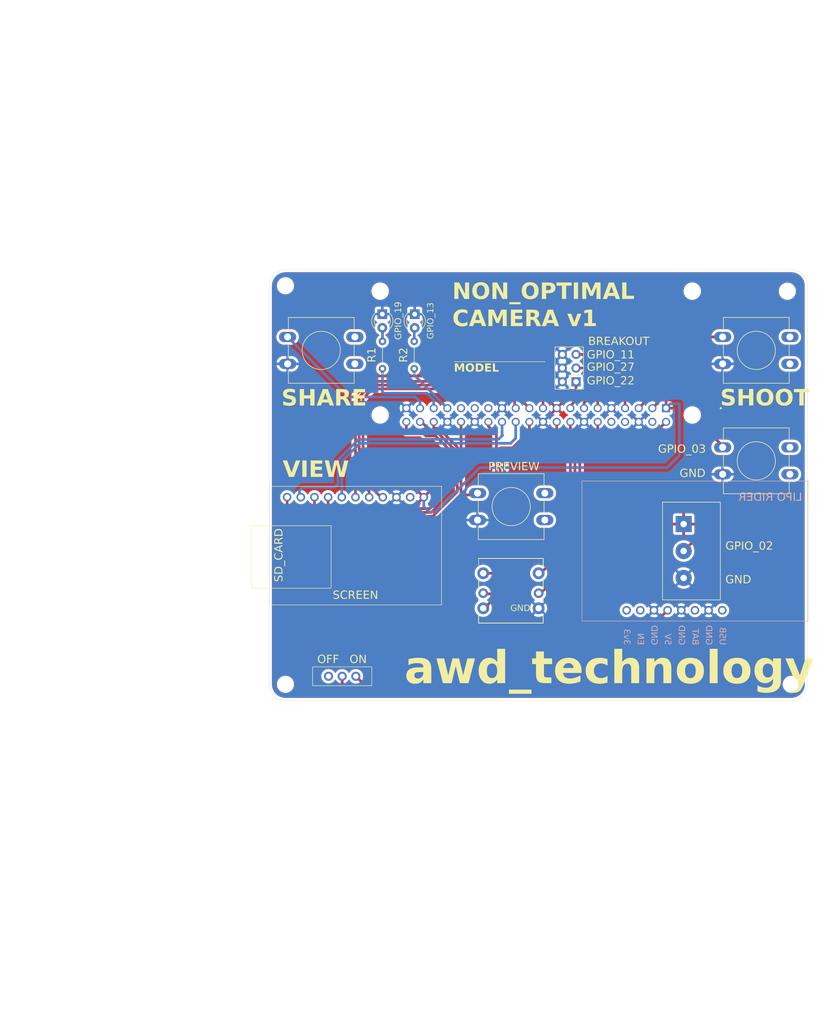
<source format=kicad_pcb>
(kicad_pcb (version 20241229) (generator "pcbnew") (generator_version "9.0")
  (layers (0 "F.Cu" signal) (2 "B.Cu" signal) (13 "F.Paste" user) (15 "B.Paste" user) (5 "F.SilkS" user "F.Silkscreen") (7 "B.SilkS" user "B.Silkscreen") (1 "F.Mask" user) (3 "B.Mask" user) (25 "Edge.Cuts" user))
  (net 0 "")
  (net 2 "GND")
  (net 6 "MISO")
  (net 11 "MOSI")
  (net 15 "Net-(U1-NO)")
  (net 16 "Net-(POW1-5V)")
  (net 18 "GPIO_24")
  (net 19 "GPIO_23")
  (net 20 "GPIO_25")
  (net 21 "CE1")
  (net 22 "CE0")
  (net 23 "SCLK")
  (net 24 "GPIO_15")
  (net 25 "GPIO_18")
  (net 26 "GPIO_20")
  (net 27 "GPIO_01")
  (net 28 "GPIO_21")
  (net 29 "GPIO_16")
  (net 32 "GPIO_19")
  (net 33 "GPIO_13")
  (net 34 "GPIO_26")
  (net 39 "GPIO_12")
  (net 40 "GPIO_02")
  (net 41 "GPIO_03")
  (net 42 "GPIO_04")
  (net 43 "GPIO_22")
  (net 44 "GPIO_27")
  (net 45 "GPIO_11")
  (net 46 "Net-(D1-A)")
  (net 47 "Net-(D2-A)")
  (net 49 "3v3")
  (footprint "Resistor_THT:R_Axial_DIN0204_L3.6mm_D1.6mm_P5.08mm_Vertical" (layer "F.Cu") (at 86.93 78.4 90)
    (property "Reference" "R2" (at 2.54 -1.92 90) (layer "F.SilkS") (effects (font (size 1.5 1.5))))
    (property "Value" "R")
    (fp_line (start 0.92 0) (end 4.08 0) (stroke (width 0.12)) (layer "F.SilkS"))
    (fp_circle (center 0 0) (end 0.92 0) (stroke (width 0.12)) (fill no) (layer "F.SilkS"))
    (pad "1" thru_hole circle (at 0 0 90) (size 1.4 1.4) (drill 0.7) (layers "*.Cu" "*.Mask") (net 33 "GPIO_13"))
    (pad "2" thru_hole oval (at 5.08 0 90) (size 1.4 1.4) (drill 0.7) (layers "*.Cu" "*.Mask") (net 47 "Net-(D2-A)"))
  )
  (footprint "camera_base:TFT 1.14" (layer "F.Cu") (at 76.01 108.25 180)
    (property "Reference" "SCREEN" (at 0 -12.25 0) (layer "F.SilkS") (effects (font (size 1.5 1.5) (thickness 0.1))))
    (property "Value" "~")
    (fp_rect (start 4.53 -10.9) (end 19.3 0.7) (stroke (width 0.1)) (fill no) (layer "F.SilkS"))
    (fp_rect (start -16 -14) (end 16 8) (stroke (width 0.1)) (fill no) (layer "F.SilkS"))
    (fp_text user "SD_CARD" (at 13.31 -9.75 90) (layer "F.SilkS") (effects (font (size 1.5 1.5) (thickness 0.1)) (justify left bottom)))
    (pad "1" thru_hole circle (at -12.7 6 180) (size 1.6 1.6) (drill 1) (layers "*.Cu" "*.Mask") (net 49 "3v3"))
    (pad "2" thru_hole circle (at -10.16 6 180) (size 1.6 1.6) (drill 1) (layers "*.Cu" "*.Mask"))
    (pad "3" thru_hole circle (at -7.62 6 180) (size 1.6 1.6) (drill 1) (layers "*.Cu" "*.Mask") (net 2 "GND"))
    (pad "4" thru_hole circle (at -5.08 6 180) (size 1.6 1.6) (drill 1) (layers "*.Cu" "*.Mask") (net 23 "SCLK"))
    (pad "5" thru_hole circle (at -2.54 6 180) (size 1.6 1.6) (drill 1) (layers "*.Cu" "*.Mask") (net 6 "MISO"))
    (pad "6" thru_hole circle (at 0 6 180) (size 1.6 1.6) (drill 1) (layers "*.Cu" "*.Mask") (net 11 "MOSI"))
    (pad "7" thru_hole circle (at 2.54 6 180) (size 1.6 1.6) (drill 1) (layers "*.Cu" "*.Mask") (net 22 "CE0"))
    (pad "8" thru_hole circle (at 5.08 6 180) (size 1.6 1.6) (drill 1) (layers "*.Cu" "*.Mask") (net 28 "GPIO_21"))
    (pad "9" thru_hole circle (at 7.62 6 180) (size 1.6 1.6) (drill 1) (layers "*.Cu" "*.Mask") (net 26 "GPIO_20"))
    (pad "10" thru_hole circle (at 10.16 6 180) (size 1.6 1.6) (drill 1) (layers "*.Cu" "*.Mask") (net 21 "CE1"))
    (pad "11" thru_hole circle (at 12.7 6 180) (size 1.6 1.6) (drill 1) (layers "*.Cu" "*.Mask") (net 29 "GPIO_16"))
  )
  (footprint "Resistor_THT:R_Axial_DIN0204_L3.6mm_D1.6mm_P5.08mm_Vertical" (layer "F.Cu") (at 81.03 78.4 90)
    (property "Reference" "R1" (at 2.54 -1.92 90) (layer "F.SilkS") (effects (font (size 1.5 1.5))))
    (property "Value" "R")
    (fp_line (start 0.92 0) (end 4.08 0) (stroke (width 0.12)) (layer "F.SilkS"))
    (fp_circle (center 0 0) (end 0.92 0) (stroke (width 0.12)) (fill no) (layer "F.SilkS"))
    (pad "1" thru_hole circle (at 0 0 90) (size 1.4 1.4) (drill 0.7) (layers "*.Cu" "*.Mask") (net 32 "GPIO_19"))
    (pad "2" thru_hole oval (at 5.08 0 90) (size 1.4 1.4) (drill 0.7) (layers "*.Cu" "*.Mask") (net 46 "Net-(D1-A)"))
  )
  (footprint "camera_base:5D_Button" (layer "F.Cu") (at 104.9 119.625)
    (property "Reference" "S4" (hide yes))
    (property "Value" "~")
    (fp_line (start -6 -6) (end 6 -6) (stroke (width 0.15)) (layer "F.SilkS"))
    (fp_line (start -6 -4.6) (end -6 -6) (stroke (width 0.1)) (layer "F.SilkS"))
    (fp_line (start -6 -2.3) (end -6 -0.3) (stroke (width 0.15)) (layer "F.SilkS"))
    (fp_line (start -6 1.2) (end -6 2.2) (stroke (width 0.15)) (layer "F.SilkS"))
    (fp_line (start -6 4.3) (end -6 6) (stroke (width 0.15)) (layer "F.SilkS"))
    (fp_line (start -6 6) (end 6 6) (stroke (width 0.15)) (layer "F.SilkS"))
    (fp_line (start 6 -6) (end 6 -4.5) (stroke (width 0.15)) (layer "F.SilkS"))
    (fp_line (start 6 -2.3) (end 6 -0.3) (stroke (width 0.15)) (layer "F.SilkS"))
    (fp_line (start 6 1.2) (end 6 2.2) (stroke (width 0.15)) (layer "F.SilkS"))
    (fp_line (start 6 6) (end 6 4.3) (stroke (width 0.15)) (layer "F.SilkS"))
    (fp_text user "GND" (at -0.1 3.95 0) (layer "F.SilkS") (effects (font (size 1.15 1.15) (thickness 0.1)) (justify left bottom)))
    (pad "1" thru_hole circle (at -5.15 -3.25) (size 2.2 2.2) (drill 1.2) (layers "*.Cu" "*.Mask") (net 27 "GPIO_01"))
    (pad "2" thru_hole circle (at -5.15 0.45) (size 1.8 1.8) (drill 1) (layers "*.Cu" "*.Mask") (net 20 "GPIO_25"))
    (pad "3" thru_hole circle (at -5.15 3.25) (size 2.2 2.2) (drill 1.2) (layers "*.Cu" "*.Mask") (net 18 "GPIO_24"))
    (pad "4" thru_hole circle (at 5.15 3.25) (size 2.2 2.2) (drill 1.2) (layers "*.Cu" "*.Mask") (net 2 "GND"))
    (pad "5" thru_hole circle (at 5.15 0.45) (size 1.8 1.8) (drill 1) (layers "*.Cu" "*.Mask") (net 25 "GPIO_18"))
    (pad "6" thru_hole circle (at 5.15 -3.25) (size 2.2 2.2) (drill 1.2) (layers "*.Cu" "*.Mask") (net 19 "GPIO_23"))
  )
  (footprint "RASPBERRY_PI_ZERO_2_W:MODULE_RASPBERRY_PI_ZERO_2_W" (layer "F.Cu") (at 109.6 75.5 180)
    (property "Reference" "J1" (hide yes))
    (property "Value" "Raspberry_Pi_4" (hide yes))
    (fp_circle (center -34.29 -10.23) (end -34.19 -10.23) (stroke (width 0.2)) (fill no) (layer "F.SilkS"))
    (pad "" np_thru_hole circle (at -29 -11.5 180) (size 2.75 2.75) (drill 2.75) (layers "*.Cu" "*.Mask"))
    (pad "" np_thru_hole circle (at -29 11.5 180) (size 2.75 2.75) (drill 2.75) (layers "*.Cu" "*.Mask"))
    (pad "" np_thru_hole circle (at 29 -11.5 180) (size 2.75 2.75) (drill 2.75) (layers "*.Cu" "*.Mask"))
    (pad "" np_thru_hole circle (at 29 11.5 180) (size 2.75 2.75) (drill 2.75) (layers "*.Cu" "*.Mask"))
    (pad "1" thru_hole rect (at -24.13 -10.23 180) (size 1.508 1.508) (drill 1) (layers "*.Cu" "*.Mask") (net 49 "3v3"))
    (pad "2" thru_hole circle (at -24.13 -12.77 180) (size 1.508 1.508) (drill 1) (layers "*.Cu" "*.Mask") (net 15 "Net-(U1-NO)"))
    (pad "3" thru_hole circle (at -21.59 -10.23 180) (size 1.508 1.508) (drill 1) (layers "*.Cu" "*.Mask") (net 40 "GPIO_02"))
    (pad "4" thru_hole circle (at -21.59 -12.77 180) (size 1.508 1.508) (drill 1) (layers "*.Cu" "*.Mask"))
    (pad "5" thru_hole circle (at -19.05 -10.23 180) (size 1.508 1.508) (drill 1) (layers "*.Cu" "*.Mask") (net 41 "GPIO_03"))
    (pad "6" thru_hole circle (at -19.05 -12.77 180) (size 1.508 1.508) (drill 1) (layers "*.Cu" "*.Mask") (net 2 "GND"))
    (pad "7" thru_hole circle (at -16.51 -10.23 180) (size 1.508 1.508) (drill 1) (layers "*.Cu" "*.Mask") (net 42 "GPIO_04"))
    (pad "8" thru_hole circle (at -16.51 -12.77 180) (size 1.508 1.508) (drill 1) (layers "*.Cu" "*.Mask"))
    (pad "9" thru_hole circle (at -13.97 -10.23 180) (size 1.508 1.508) (drill 1) (layers "*.Cu" "*.Mask") (net 2 "GND"))
    (pad "10" thru_hole circle (at -13.97 -12.77 180) (size 1.508 1.508) (drill 1) (layers "*.Cu" "*.Mask") (net 24 "GPIO_15"))
    (pad "11" thru_hole circle (at -11.43 -10.23 180) (size 1.508 1.508) (drill 1) (layers "*.Cu" "*.Mask") (net 45 "GPIO_11"))
    (pad "12" thru_hole circle (at -11.43 -12.77 180) (size 1.508 1.508) (drill 1) (layers "*.Cu" "*.Mask") (net 25 "GPIO_18"))
    (pad "13" thru_hole circle (at -8.89 -10.23 180) (size 1.508 1.508) (drill 1) (layers "*.Cu" "*.Mask") (net 44 "GPIO_27"))
    (pad "14" thru_hole circle (at -8.89 -12.77 180) (size 1.508 1.508) (drill 1) (layers "*.Cu" "*.Mask") (net 2 "GND"))
    (pad "15" thru_hole circle (at -6.35 -10.23 180) (size 1.508 1.508) (drill 1) (layers "*.Cu" "*.Mask") (net 43 "GPIO_22"))
    (pad "16" thru_hole circle (at -6.35 -12.77 180) (size 1.508 1.508) (drill 1) (layers "*.Cu" "*.Mask") (net 19 "GPIO_23"))
    (pad "17" thru_hole circle (at -3.81 -10.23 180) (size 1.508 1.508) (drill 1) (layers "*.Cu" "*.Mask") (net 49 "3v3"))
    (pad "18" thru_hole circle (at -3.81 -12.77 180) (size 1.508 1.508) (drill 1) (layers "*.Cu" "*.Mask") (net 18 "GPIO_24"))
    (pad "19" thru_hole circle (at -1.27 -10.23 180) (size 1.508 1.508) (drill 1) (layers "*.Cu" "*.Mask") (net 11 "MOSI"))
    (pad "20" thru_hole circle (at -1.27 -12.77 180) (size 1.508 1.508) (drill 1) (layers "*.Cu" "*.Mask") (net 2 "GND"))
    (pad "21" thru_hole circle (at 1.27 -10.23 180) (size 1.508 1.508) (drill 1) (layers "*.Cu" "*.Mask") (net 6 "MISO"))
    (pad "22" thru_hole circle (at 1.27 -12.77 180) (size 1.508 1.508) (drill 1) (layers "*.Cu" "*.Mask") (net 20 "GPIO_25"))
    (pad "23" thru_hole circle (at 3.81 -10.23 180) (size 1.508 1.508) (drill 1) (layers "*.Cu" "*.Mask") (net 23 "SCLK"))
    (pad "24" thru_hole circle (at 3.81 -12.77 180) (size 1.508 1.508) (drill 1) (layers "*.Cu" "*.Mask") (net 22 "CE0"))
    (pad "25" thru_hole circle (at 6.35 -10.23 180) (size 1.508 1.508) (drill 1) (layers "*.Cu" "*.Mask") (net 2 "GND"))
    (pad "26" thru_hole circle (at 6.35 -12.77 180) (size 1.508 1.508) (drill 1) (layers "*.Cu" "*.Mask") (net 21 "CE1"))
    (pad "27" thru_hole circle (at 8.89 -10.23 180) (size 1.508 1.508) (drill 1) (layers "*.Cu" "*.Mask"))
    (pad "28" thru_hole circle (at 8.89 -12.77 180) (size 1.508 1.508) (drill 1) (layers "*.Cu" "*.Mask") (net 27 "GPIO_01"))
    (pad "29" thru_hole circle (at 11.43 -10.23 180) (size 1.508 1.508) (drill 1) (layers "*.Cu" "*.Mask"))
    (pad "30" thru_hole circle (at 11.43 -12.77 180) (size 1.508 1.508) (drill 1) (layers "*.Cu" "*.Mask") (net 2 "GND"))
    (pad "31" thru_hole circle (at 13.97 -10.23 180) (size 1.508 1.508) (drill 1) (layers "*.Cu" "*.Mask"))
    (pad "32" thru_hole circle (at 13.97 -12.77 180) (size 1.508 1.508) (drill 1) (layers "*.Cu" "*.Mask") (net 39 "GPIO_12"))
    (pad "33" thru_hole circle (at 16.51 -10.23 180) (size 1.508 1.508) (drill 1) (layers "*.Cu" "*.Mask") (net 33 "GPIO_13"))
    (pad "34" thru_hole circle (at 16.51 -12.77 180) (size 1.508 1.508) (drill 1) (layers "*.Cu" "*.Mask") (net 2 "GND"))
    (pad "35" thru_hole circle (at 19.05 -10.23 180) (size 1.508 1.508) (drill 1) (layers "*.Cu" "*.Mask") (net 32 "GPIO_19"))
    (pad "36" thru_hole circle (at 19.05 -12.77 180) (size 1.508 1.508) (drill 1) (layers "*.Cu" "*.Mask") (net 29 "GPIO_16"))
    (pad "37" thru_hole circle (at 21.59 -10.23 180) (size 1.508 1.508) (drill 1) (layers "*.Cu" "*.Mask") (net 34 "GPIO_26"))
    (pad "38" thru_hole circle (at 21.59 -12.77 180) (size 1.508 1.508) (drill 1) (layers "*.Cu" "*.Mask") (net 26 "GPIO_20"))
    (pad "39" thru_hole circle (at 24.13 -10.23 180) (size 1.508 1.508) (drill 1) (layers "*.Cu" "*.Mask") (net 2 "GND"))
    (pad "40" thru_hole circle (at 24.13 -12.77 180) (size 1.508 1.508) (drill 1) (layers "*.Cu" "*.Mask") (net 28 "GPIO_21"))
  )
  (footprint "camera_base:PUSH_BUTTON_12mm" (layer "F.Cu") (at 69.9 75)
    (property "Reference" "SW5" (hide yes))
    (property "Value" "SW_Push_Dual" (hide yes))
    (fp_line (start -6.36 -6.11) (end -6.36 -3.6) (stroke (width 0.12)) (layer "F.SilkS"))
    (fp_line (start -6.36 -6.11) (end 5.86 -6.11) (stroke (width 0.12)) (layer "F.SilkS"))
    (fp_line (start -6.36 -1.3) (end -6.36 1.3) (stroke (width 0.12)) (layer "F.SilkS"))
    (fp_line (start -6.36 3.6) (end -6.36 6.11) (stroke (width 0.12)) (layer "F.SilkS"))
    (fp_line (start 5.86 -6.11) (end 5.86 -3.6) (stroke (width 0.12)) (layer "F.SilkS"))
    (fp_line (start 5.86 -1.3) (end 5.86 1.3) (stroke (width 0.12)) (layer "F.SilkS"))
    (fp_line (start 5.86 3.6) (end 5.86 6.11) (stroke (width 0.12)) (layer "F.SilkS"))
    (fp_line (start 5.86 6.11) (end -6.36 6.11) (stroke (width 0.12)) (layer "F.SilkS"))
    (fp_circle (center -0.25 0) (end 3.3 0) (stroke (width 0.12)) (fill no) (layer "F.SilkS"))
    (pad "1" thru_hole oval (at -6.5 -2.5) (size 3.2 1.9) (drill 1.3) (layers "*.Cu" "*.Mask") (net 34 "GPIO_26"))
    (pad "2" thru_hole oval (at -6.5 2.5) (size 3.2 1.9) (drill 1.3) (layers "*.Cu" "*.Mask") (net 2 "GND"))
    (pad "3" thru_hole oval (at 6 -2.5) (size 3.2 1.9) (drill 1.3) (layers "*.Cu" "*.Mask"))
    (pad "4" thru_hole oval (at 6 2.5) (size 3.2 1.9) (drill 1.3) (layers "*.Cu" "*.Mask"))
  )
  (footprint "Potentiometer_THT:Potentiometer_Alps_RK163_Single_Horizontal" (layer "F.Cu") (at 137 107.25)
    (property "Reference" "RV1" (hide yes))
    (property "Value" "R_Potentiometer_US" (hide yes))
    (fp_line (start -3.92 14.07) (end -3.92 -4.07) (stroke (width 0.12)) (layer "F.SilkS"))
    (fp_line (start 6.82 -4.07) (end -3.92 -4.07) (stroke (width 0.12)) (layer "F.SilkS"))
    (fp_line (start 6.82 14.07) (end -3.92 14.07) (stroke (width 0.12)) (layer "F.SilkS"))
    (fp_line (start 6.82 14.07) (end 6.82 -4.07) (stroke (width 0.12)) (layer "F.SilkS"))
    (pad "1" thru_hole rect (at 0 0 180) (size 3 3) (drill 1.2) (layers "*.Cu" "*.Mask") (net 49 "3v3"))
    (pad "2" thru_hole circle (at 0 5 180) (size 3 3) (drill 1.2) (layers "*.Cu" "*.Mask") (net 40 "GPIO_02"))
    (pad "3" thru_hole circle (at 0 10 180) (size 3 3) (drill 1.2) (layers "*.Cu" "*.Mask") (net 2 "GND"))
  )
  (footprint "MountingHole:MountingHole_2.7mm_M2.5" (layer "F.Cu") (at 156.27 64.02)
    (property "Reference" "H2" (hide yes))
    (property "Value" "MountingHole" (hide yes))
    (pad "" np_thru_hole circle (at 0 0) (size 2.7 2.7) (drill 2.7) (layers "*.Cu" "*.Mask"))
  )
  (footprint "MountingHole:MountingHole_2.7mm_M2.5" (layer "F.Cu") (at 63 63)
    (property "Reference" "H1" (hide yes))
    (property "Value" "MountingHole" (hide yes))
    (pad "" np_thru_hole circle (at 0 0) (size 2.7 2.7) (drill 2.7) (layers "*.Cu" "*.Mask"))
  )
  (footprint "LED_THT:LED_D3.0mm" (layer "F.Cu") (at 81 68.27 -90)
    (property "Reference" "D1" (hide yes))
    (property "Value" "GPIO_19" (at 1.23 -3 270) (layer "F.SilkS") (effects (font (size 1.2 1.2))))
    (fp_line (start -0.29 1.08) (end -0.29 1.236) (stroke (width 0.12)) (layer "F.SilkS"))
    (fp_line (start -0.29 -1.236) (end -0.29 -1.08) (stroke (width 0.12)) (layer "F.SilkS"))
    (fp_arc (start 2.941397 1.080061) (mid 1.365624 1.987701) (end -0.29 1.235516) (stroke (width 0.12)) (layer "F.SilkS"))
    (fp_arc (start 2.31091 1.080049) (mid 1.269964 1.5) (end 0.229039 1.08) (stroke (width 0.12)) (layer "F.SilkS"))
    (fp_arc (start 0.229039 -1.08) (mid 1.269964 -1.5) (end 2.31091 -1.080049) (stroke (width 0.12)) (layer "F.SilkS"))
    (fp_arc (start -0.29 -1.235516) (mid 1.365624 -1.987701) (end 2.941397 -1.080061) (stroke (width 0.12)) (layer "F.SilkS"))
    (pad "1" thru_hole rect (at 0 0 270) (size 1.8 1.8) (drill 0.9) (layers "*.Cu" "*.Mask") (net 2 "GND"))
    (pad "2" thru_hole circle (at 2.54 0 270) (size 1.8 1.8) (drill 0.9) (layers "*.Cu" "*.Mask") (net 46 "Net-(D1-A)"))
  )
  (footprint "MountingHole:MountingHole_2.7mm_M2.5" (layer "F.Cu") (at 157 137)
    (property "Reference" "H4" (hide yes))
    (property "Value" "MountingHole" (hide yes))
    (pad "" np_thru_hole circle (at 0 0) (size 2.7 2.7) (drill 2.7) (layers "*.Cu" "*.Mask"))
  )
  (footprint "camera_base:PUSH_BUTTON_12mm" (layer "F.Cu") (at 150.75 95.5)
    (property "Reference" "SW3" (hide yes))
    (property "Value" "SW_Push_Dual" (hide yes))
    (fp_line (start -6.36 -6.11) (end -6.36 -3.6) (stroke (width 0.12)) (layer "F.SilkS"))
    (fp_line (start -6.36 -6.11) (end 5.86 -6.11) (stroke (width 0.12)) (layer "F.SilkS"))
    (fp_line (start -6.36 -1.3) (end -6.36 1.3) (stroke (width 0.12)) (layer "F.SilkS"))
    (fp_line (start -6.36 3.6) (end -6.36 6.11) (stroke (width 0.12)) (layer "F.SilkS"))
    (fp_line (start 5.86 -6.11) (end 5.86 -3.6) (stroke (width 0.12)) (layer "F.SilkS"))
    (fp_line (start 5.86 -1.3) (end 5.86 1.3) (stroke (width 0.12)) (layer "F.SilkS"))
    (fp_line (start 5.86 3.6) (end 5.86 6.11) (stroke (width 0.12)) (layer "F.SilkS"))
    (fp_line (start 5.86 6.11) (end -6.36 6.11) (stroke (width 0.12)) (layer "F.SilkS"))
    (fp_circle (center -0.25 0) (end 3.3 0) (stroke (width 0.12)) (fill no) (layer "F.SilkS"))
    (pad "1" thru_hole oval (at -6.5 -2.5) (size 3.2 1.9) (drill 1.3) (layers "*.Cu" "*.Mask") (net 41 "GPIO_03"))
    (pad "2" thru_hole oval (at -6.5 2.5) (size 3.2 1.9) (drill 1.3) (layers "*.Cu" "*.Mask") (net 2 "GND"))
    (pad "3" thru_hole oval (at 6 -2.5) (size 3.2 1.9) (drill 1.3) (layers "*.Cu" "*.Mask"))
    (pad "4" thru_hole oval (at 6 2.5) (size 3.2 1.9) (drill 1.3) (layers "*.Cu" "*.Mask"))
  )
  (footprint "camera_base:PUSH_BUTTON_12mm" (layer "F.Cu") (at 150.75 75)
    (property "Reference" "SW2" (hide yes))
    (property "Value" "SW_Push_Dual" (hide yes))
    (fp_line (start -6.36 -6.11) (end -6.36 -3.6) (stroke (width 0.12)) (layer "F.SilkS"))
    (fp_line (start -6.36 -6.11) (end 5.86 -6.11) (stroke (width 0.12)) (layer "F.SilkS"))
    (fp_line (start -6.36 -1.3) (end -6.36 1.3) (stroke (width 0.12)) (layer "F.SilkS"))
    (fp_line (start -6.36 3.6) (end -6.36 6.11) (stroke (width 0.12)) (layer "F.SilkS"))
    (fp_line (start 5.86 -6.11) (end 5.86 -3.6) (stroke (width 0.12)) (layer "F.SilkS"))
    (fp_line (start 5.86 -1.3) (end 5.86 1.3) (stroke (width 0.12)) (layer "F.SilkS"))
    (fp_line (start 5.86 3.6) (end 5.86 6.11) (stroke (width 0.12)) (layer "F.SilkS"))
    (fp_line (start 5.86 6.11) (end -6.36 6.11) (stroke (width 0.12)) (layer "F.SilkS"))
    (fp_circle (center -0.25 0) (end 3.3 0) (stroke (width 0.12)) (fill no) (layer "F.SilkS"))
    (pad "1" thru_hole oval (at -6.5 -2.5) (size 3.2 1.9) (drill 1.3) (layers "*.Cu" "*.Mask") (net 42 "GPIO_04"))
    (pad "2" thru_hole oval (at -6.5 2.5) (size 3.2 1.9) (drill 1.3) (layers "*.Cu" "*.Mask") (net 2 "GND"))
    (pad "3" thru_hole oval (at 6 -2.5) (size 3.2 1.9) (drill 1.3) (layers "*.Cu" "*.Mask"))
    (pad "4" thru_hole oval (at 6 2.5) (size 3.2 1.9) (drill 1.3) (layers "*.Cu" "*.Mask"))
  )
  (footprint "camera_base:switch" (layer "F.Cu") (at 73.54 135.5 180)
    (property "Reference" "U1" (hide yes))
    (property "Value" "~")
    (fp_rect (start -5.5 -1.75) (end 5.5 1.75) (stroke (width 0.1)) (fill no) (layer "F.SilkS"))
    (fp_text user "OFF" (at 4.64 2.2 0) (layer "F.SilkS") (effects (font (size 1.5 1.5) (thickness 0.1)) (justify left bottom)))
    (fp_text user "ON" (at -1.36 2.2 0) (layer "F.SilkS") (effects (font (size 1.5 1.5) (thickness 0.1)) (justify left bottom)))
    (pad "1" thru_hole circle (at 2.54 0 90) (size 1.7 1.7) (drill 1) (layers "*.Cu" "*.Mask"))
    (pad "2" thru_hole circle (at 0 0 90) (size 1.7 1.7) (drill 1) (layers "*.Cu" "*.Mask") (net 16 "Net-(POW1-5V)"))
    (pad "3" thru_hole circle (at -2.54 0 90) (size 1.7 1.7) (drill 1) (layers "*.Cu" "*.Mask") (net 15 "Net-(U1-NO)"))
  )
  (footprint "camera_base:PUSH_BUTTON_12mm" (layer "F.Cu") (at 105.2 104)
    (property "Reference" "SW1" (hide yes))
    (property "Value" "SW_Push_Dual" (hide yes))
    (fp_line (start -6.36 -6.11) (end -6.36 -3.6) (stroke (width 0.12)) (layer "F.SilkS"))
    (fp_line (start -6.36 -6.11) (end 5.86 -6.11) (stroke (width 0.12)) (layer "F.SilkS"))
    (fp_line (start -6.36 -1.3) (end -6.36 1.3) (stroke (width 0.12)) (layer "F.SilkS"))
    (fp_line (start -6.36 3.6) (end -6.36 6.11) (stroke (width 0.12)) (layer "F.SilkS"))
    (fp_line (start 5.86 -6.11) (end 5.86 -3.6) (stroke (width 0.12)) (layer "F.SilkS"))
    (fp_line (start 5.86 -1.3) (end 5.86 1.3) (stroke (width 0.12)) (layer "F.SilkS"))
    (fp_line (start 5.86 3.6) (end 5.86 6.11) (stroke (width 0.12)) (layer "F.SilkS"))
    (fp_line (start 5.86 6.11) (end -6.36 6.11) (stroke (width 0.12)) (layer "F.SilkS"))
    (fp_circle (center -0.25 0) (end 3.3 0) (stroke (width 0.12)) (fill no) (layer "F.SilkS"))
    (pad "1" thru_hole oval (at -6.5 -2.5) (size 3.2 1.9) (drill 1.3) (layers "*.Cu" "*.Mask") (net 39 "GPIO_12"))
    (pad "2" thru_hole oval (at -6.5 2.5) (size 3.2 1.9) (drill 1.3) (layers "*.Cu" "*.Mask") (net 2 "GND"))
    (pad "3" thru_hole oval (at 6 -2.5) (size 3.2 1.9) (drill 1.3) (layers "*.Cu" "*.Mask"))
    (pad "4" thru_hole oval (at 6 2.5) (size 3.2 1.9) (drill 1.3) (layers "*.Cu" "*.Mask"))
  )
  (footprint "Connector_PinHeader_2.54mm:PinHeader_2x03_P2.54mm_Vertical" (layer "F.Cu") (at 117 80.826 180)
    (property "Reference" "J2" (hide yes))
    (property "Value" "Conn_02x03_Odd_Even")
    (fp_line (start 3.92 -1.38) (end 3.92 6.46) (stroke (width 0.12)) (layer "F.SilkS"))
    (fp_line (start 1.27 1.27) (end 1.27 -1.38) (stroke (width 0.12)) (layer "F.SilkS"))
    (fp_line (start 1.27 -1.38) (end 3.92 -1.38) (stroke (width 0.12)) (layer "F.SilkS"))
    (fp_line (start -1.38 6.46) (end 3.92 6.46) (stroke (width 0.12)) (layer "F.SilkS"))
    (fp_line (start -1.38 1.27) (end 1.27 1.27) (stroke (width 0.12)) (layer "F.SilkS"))
    (fp_line (start -1.38 1.27) (end -1.38 6.46) (stroke (width 0.12)) (layer "F.SilkS"))
    (fp_line (start -1.38 0) (end -1.38 -1.38) (stroke (width 0.12)) (layer "F.SilkS"))
    (fp_line (start -1.38 -1.38) (end 0 -1.38) (stroke (width 0.12)) (layer "F.SilkS"))
    (pad "1" thru_hole rect (at 0 0 180) (size 1.7 1.7) (drill 1) (layers "*.Cu" "*.Mask") (net 43 "GPIO_22"))
    (pad "2" thru_hole circle (at 2.54 0 180) (size 1.7 1.7) (drill 1) (layers "*.Cu" "*.Mask") (net 2 "GND"))
    (pad "3" thru_hole circle (at 0 2.54 180) (size 1.7 1.7) (drill 1) (layers "*.Cu" "*.Mask") (net 44 "GPIO_27"))
    (pad "4" thru_hole circle (at 2.54 2.54 180) (size 1.7 1.7) (drill 1) (layers "*.Cu" "*.Mask") (net 2 "GND"))
    (pad "5" thru_hole circle (at 0 5.08 180) (size 1.7 1.7) (drill 1) (layers "*.Cu" "*.Mask") (net 45 "GPIO_11"))
    (pad "6" thru_hole circle (at 2.54 5.08 180) (size 1.7 1.7) (drill 1) (layers "*.Cu" "*.Mask") (net 2 "GND"))
  )
  (footprint "MountingHole:MountingHole_2.7mm_M2.5" (layer "F.Cu") (at 63 137)
    (property "Reference" "H3" (hide yes))
    (property "Value" "MountingHole" (hide yes))
    (pad "" np_thru_hole circle (at 0 0) (size 2.7 2.7) (drill 2.7) (layers "*.Cu" "*.Mask"))
  )
  (footprint "LED_THT:LED_D3.0mm" (layer "F.Cu") (at 87.02 68.28 -90)
    (property "Reference" "D2" (hide yes))
    (property "Value" "LED" (hide yes))
    (fp_line (start -0.29 1.08) (end -0.29 1.236) (stroke (width 0.12)) (layer "F.SilkS"))
    (fp_line (start -0.29 -1.236) (end -0.29 -1.08) (stroke (width 0.12)) (layer "F.SilkS"))
    (fp_arc (start 2.941397 1.080061) (mid 1.365624 1.987701) (end -0.29 1.235516) (stroke (width 0.12)) (layer "F.SilkS"))
    (fp_arc (start 2.31091 1.080049) (mid 1.269964 1.5) (end 0.229039 1.08) (stroke (width 0.12)) (layer "F.SilkS"))
    (fp_arc (start 0.229039 -1.08) (mid 1.269964 -1.5) (end 2.31091 -1.080049) (stroke (width 0.12)) (layer "F.SilkS"))
    (fp_arc (start -0.29 -1.235516) (mid 1.365624 -1.987701) (end 2.941397 -1.080061) (stroke (width 0.12)) (layer "F.SilkS"))
    (pad "1" thru_hole rect (at 0 0 270) (size 1.8 1.8) (drill 0.9) (layers "*.Cu" "*.Mask") (net 2 "GND"))
    (pad "2" thru_hole circle (at 2.54 0 270) (size 1.8 1.8) (drill 0.9) (layers "*.Cu" "*.Mask") (net 47 "Net-(D2-A)"))
  )
  (footprint "camera_base:SEED Studio LIPO Rider Plus" (layer "B.Cu") (at 139.1 112.25 180)
    (property "Reference" "LIPO RIDER" (at -14 9.95 0) (layer "B.SilkS") (effects (font (size 1.5 1.5)) (justify mirror)))
    (property "Value" "~")
    (fp_rect (start -21 13) (end 21 -13) (stroke (width 0.1)) (fill no) (layer "B.SilkS"))
    (fp_text user "GND" (at -2.54 -17.45 270) (layer "B.SilkS") (effects (font (size 1.15 1.15) (thickness 0.1)) (justify left mirror)))
    (fp_text user "3v3" (at 12.7 -17.45 270) (layer "B.SilkS") (effects (font (size 1.15 1.15) (thickness 0.1)) (justify left mirror)))
    (fp_text user "5V" (at 5.08 -17.45 270) (layer "B.SilkS") (effects (font (size 1.15 1.15) (thickness 0.1)) (justify left mirror)))
    (fp_text user "GND" (at 7.62 -17.45 270) (layer "B.SilkS") (effects (font (size 1.15 1.15) (thickness 0.1)) (justify left mirror)))
    (fp_text user "BAT" (at 0 -17.45 270) (layer "B.SilkS") (effects (font (size 1.15 1.15) (thickness 0.1)) (justify left mirror)))
    (fp_text user "USB" (at -5.08 -17.45 270) (layer "B.SilkS") (effects (font (size 1.15 1.15) (thickness 0.1)) (justify left mirror)))
    (fp_text user "GND" (at 2.54 -17.45 270) (layer "B.SilkS") (effects (font (size 1.15 1.15) (thickness 0.1)) (justify left mirror)))
    (fp_text user "EN" (at 10.16 -17.45 270) (layer "B.SilkS") (effects (font (size 1.15 1.15) (thickness 0.1)) (justify left mirror)))
    (pad "1" thru_hole circle (at 12.7 -11 180) (size 1.6 1.6) (drill 1) (layers "*.Cu" "*.Mask"))
    (pad "2" thru_hole circle (at 10.16 -11 180) (size 1.6 1.6) (drill 1) (layers "*.Cu" "*.Mask"))
    (pad "3" thru_hole circle (at 7.62 -11 180) (size 1.6 1.6) (drill 1) (layers "*.Cu" "*.Mask") (net 2 "GND"))
    (pad "4" thru_hole circle (at 5.08 -11 180) (size 1.6 1.6) (drill 1) (layers "*.Cu" "*.Mask") (net 16 "Net-(POW1-5V)"))
    (pad "5" thru_hole circle (at 2.54 -11 180) (size 1.6 1.6) (drill 1) (layers "*.Cu" "*.Mask") (net 2 "GND"))
    (pad "6" thru_hole circle (at 0 -11 180) (size 1.6 1.6) (drill 1) (layers "*.Cu" "*.Mask"))
    (pad "7" thru_hole circle (at -2.54 -11 180) (size 1.6 1.6) (drill 1) (layers "*.Cu" "*.Mask") (net 2 "GND"))
    (pad "8" thru_hole circle (at -5.08 -11 180) (size 1.6 1.6) (drill 1) (layers "*.Cu" "*.Mask"))
  )
  (gr_line (start 94.35 77.1) (end 111.25 77.1) (stroke (width 0.1)) (layer "F.SilkS"))
  (gr_line (start 60 63) (end 60 137) (stroke (width 0.05)) (layer "Edge.Cuts"))
  (gr_line (start 160 63) (end 160 137) (stroke (width 0.05)) (layer "Edge.Cuts"))
  (gr_arc (start 63 140) (mid 60.87868 139.12132) (end 60 137) (stroke (width 0.05)) (layer "Edge.Cuts"))
  (gr_line (start 63 140) (end 157 140) (stroke (width 0.05)) (layer "Edge.Cuts"))
  (gr_arc (start 160 137) (mid 159.12132 139.12132) (end 157 140) (stroke (width 0.05)) (layer "Edge.Cuts"))
  (gr_line (start 63 60) (end 157 60) (stroke (width 0.05)) (layer "Edge.Cuts"))
  (gr_arc (start 157 60) (mid 159.12132 60.87868) (end 160 63) (stroke (width 0.05)) (layer "Edge.Cuts"))
  (gr_arc (start 60 63) (mid 60.87868 60.87868) (end 63 60) (stroke (width 0.05)) (layer "Edge.Cuts"))
  (gr_text "GPIO_13" (at 90 69.5 90) (layer "F.SilkS") (effects (font (size 1.15 1.15))))
  (gr_text "PREVIEW" (at 100.7 97.5 0) (layer "F.SilkS") (effects (font (size 1.5 1.5)) (justify left bottom)))
  (gr_text "GND" (at 136.25 98.75 0) (layer "F.SilkS") (effects (font (size 1.5 1.5)) (justify left bottom)))
  (gr_text "NON_OPTIMAL\nCAMERA v1" (at 94 71 0) (layer "F.SilkS") (effects (font (size 3 3) (thickness 0.3) (bold yes)) (justify left bottom)))
  (gr_text "GPIO_11" (at 119 76.75 0) (layer "F.SilkS") (effects (font (size 1.5 1.5) (thickness 0.1)) (justify left bottom)))
  (gr_text "SHOOT" (at 143.79 85.73 0) (layer "F.SilkS") (effects (font (size 3 3) (thickness 0.3) (bold yes)) (justify left bottom)))
  (gr_text "BREAKOUT" (at 119.25 74.25 0) (layer "F.SilkS") (effects (font (size 1.5 1.5) (thickness 0.1)) (justify left bottom)))
  (gr_text "GPIO_03" (at 132.25 94.25 0) (layer "F.SilkS") (effects (font (size 1.5 1.5)) (justify left bottom)))
  (gr_text "MODEL" (at 94.3 79.2 0) (layer "F.SilkS") (effects (font (size 1.5 1.5) (thickness 0.3) (bold yes)) (justify left bottom)))
  (gr_text "VIEW" (at 62.5 99 0) (layer "F.SilkS") (effects (font (size 3 3) (thickness 0.3) (bold yes)) (justify left bottom)))
  (gr_text "SHARE" (at 62.25 85.75 0) (layer "F.SilkS") (effects (font (size 3 3) (thickness 0.3) (bold yes)) (justify left bottom)))
  (gr_text "GPIO_02" (at 144.75 112.25 0) (layer "F.SilkS") (effects (font (size 1.5 1.5)) (justify left bottom)))
  (gr_text "awd_technology" (at 85.1 137.8 0) (layer "F.SilkS") (effects (font (size 6 6) (thickness 0.3) (bold yes)) (justify left bottom)))
  (gr_text "GPIO_22" (at 119 81.576 0) (layer "F.SilkS") (effects (font (size 1.5 1.5) (thickness 0.1)) (justify left bottom)))
  (gr_text "GPIO_27" (at 119 79.036 0) (layer "F.SilkS") (effects (font (size 1.5 1.5) (thickness 0.1)) (justify left bottom)))
  (gr_text "GND" (at 144.75 118.5 0) (layer "F.SilkS") (effects (font (size 1.5 1.5)) (justify left bottom)))
  (segment (start 78.55 101.1695) (end 76.711 99.3305) (width 0.5) (layer "F.Cu") (net 6))
  (segment (start 76.711 83.630364) (end 78.890364 81.451) (width 0.5) (layer "F.Cu") (net 6))
  (segment (start 78.890364 81.451) (end 105.890364 81.451) (width 0.5) (layer "F.Cu") (net 6))
  (segment (start 76.711 99.3305) (end 76.711 83.630364) (width 0.5) (layer "F.Cu") (net 6))
  (segment (start 106.301 81.861636) (end 106.301 83.701) (width 0.5) (layer "F.Cu") (net 6))
  (segment (start 78.55 102.5805) (end 78.55 101.1695) (width 0.5) (layer "F.Cu") (net 6))
  (segment (start 105.890364 81.451) (end 106.301 81.861636) (width 0.5) (layer "F.Cu") (net 6))
  (segment (start 106.301 83.701) (end 108.33 85.73) (width 0.5) (layer "F.Cu") (net 6))
  (segment (start 107.1 81.669272) (end 107.1 83.25) (width 0.5) (layer "F.Cu") (net 11))
  (segment (start 76.01 83.34) (end 78.6 80.75) (width 0.5) (layer "F.Cu") (net 11))
  (segment (start 107.1 83.25) (end 107.6 83.75) (width 0.5) (layer "F.Cu") (net 11))
  (segment (start 106.180728 80.75) (end 107.1 81.669272) (width 0.5) (layer "F.Cu") (net 11))
  (segment (start 110.87 84.27) (end 110.87 85.73) (width 0.5) (layer "F.Cu") (net 11))
  (segment (start 110.35 83.75) (end 110.87 84.27) (width 0.5) (layer "F.Cu") (net 11))
  (segment (start 78.6 80.75) (end 106.180728 80.75) (width 0.5) (layer "F.Cu") (net 11))
  (segment (start 107.6 83.75) (end 110.35 83.75) (width 0.5) (layer "F.Cu") (net 11))
  (segment (start 76.01 102.25) (end 76.01 83.34) (width 0.5) (layer "F.Cu") (net 11))
  (segment (start 118.75 91.5) (end 117.701 92.549) (width 0.5) (layer "F.Cu") (net 15))
  (segment (start 113.251 136.799) (end 77.379 136.799) (width 0.5) (layer "F.Cu") (net 15))
  (segment (start 113.251 116.149) (end 113.251 136.799) (width 0.5) (layer "F.Cu") (net 15))
  (segment (start 130.5 91.5) (end 118.75 91.5) (width 0.5) (layer "F.Cu") (net 15))
  (segment (start 117.701 92.549) (end 117.701 111.699) (width 0.5) (layer "F.Cu") (net 15))
  (segment (start 133.73 88.27) (end 130.5 91.5) (width 0.5) (layer "F.Cu") (net 15))
  (segment (start 117.701 111.699) (end 113.251 116.149) (width 0.5) (layer "F.Cu") (net 15))
  (segment (start 77.379 136.799) (end 76.08 135.5) (width 0.5) (layer "F.Cu") (net 15))
  (segment (start 74.25 137.5) (end 73.5 136.75) (width 0.5) (layer "F.Cu") (net 16))
  (segment (start 119.77 137.5) (end 74.25 137.5) (width 0.5) (layer "F.Cu") (net 16))
  (segment (start 73.54 136.71) (end 73.54 135.5) (width 0.5) (layer "F.Cu") (net 16))
  (segment (start 134.02 123.25) (end 119.77 137.5) (width 0.5) (layer "F.Cu") (net 16))
  (segment (start 73.5 136.75) (end 73.54 136.71) (width 0.5) (layer "F.Cu") (net 16))
  (segment (start 103.7 120.1) (end 103.691364 120.1) (width 0.5) (layer "F.Cu") (net 18))
  (segment (start 107.283182 92.008182) (end 105.490364 93.801) (width 0.5) (layer "F.Cu") (net 18))
  (segment (start 113.41 88.27) (end 113.41 90.71) (width 0.5) (layer "F.Cu") (net 18))
  (segment (start 100.6 122.2) (end 100.6 123) (width 0.5) (layer "F.Cu") (net 18))
  (segment (start 103.7 93.801) (end 103.7 120.1) (width 0.5) (layer "F.Cu") (net 18))
  (segment (start 113.425 90.725) (end 112.141818 92.008182) (width 0.5) (layer "F.Cu") (net 18))
  (segment (start 112.141818 92.008182) (end 107.283182 92.008182) (width 0.5) (layer "F.Cu") (net 18))
  (segment (start 113.41 90.71) (end 113.425 90.725) (width 0.5) (layer "F.Cu") (net 18))
  (segment (start 105.490364 93.801) (end 103.7 93.801) (width 0.5) (layer "F.Cu") (net 18))
  (segment (start 102.890364 120.901) (end 101.899 120.901) (width 0.5) (layer "F.Cu") (net 18))
  (segment (start 101.899 120.901) (end 100.6 122.2) (width 0.5) (layer "F.Cu") (net 18))
  (segment (start 103.691364 120.1) (end 102.890364 120.901) (width 0.5) (layer "F.Cu") (net 18))
  (segment (start 115.95 110.85) (end 115.95 88.27) (width 0.5) (layer "F.Cu") (net 19))
  (segment (start 110.5 116.3) (end 115.95 110.85) (width 0.5) (layer "F.Cu") (net 19))
  (segment (start 108.075 91.25) (end 108.33 90.995) (width 0.5) (layer "F.Cu") (net 20))
  (segment (start 102.6 120.2) (end 102.9 119.9) (width 0.5) (layer "F.Cu") (net 20))
  (segment (start 108.33 90.995) (end 108.33 88.27) (width 0.5) (layer "F.Cu") (net 20))
  (segment (start 102.975 93.1) (end 105.2 93.1) (width 0.5) (layer "F.Cu") (net 20))
  (segment (start 102.9 93.175) (end 102.975 93.1) (width 0.5) (layer "F.Cu") (net 20))
  (segment (start 100.6 120.2) (end 102.6 120.2) (width 0.5) (layer "F.Cu") (net 20))
  (segment (start 107.05 91.25) (end 108.075 91.25) (width 0.5) (layer "F.Cu") (net 20))
  (segment (start 105.2 93.1) (end 107.05 91.25) (width 0.5) (layer "F.Cu") (net 20))
  (segment (start 102.9 119.9) (end 102.9 93.175) (width 0.5) (layer "F.Cu") (net 20))
  (segment (start 72.769 99.831) (end 72.2 100.4) (width 0.5) (layer "B.Cu") (net 21))
  (segment (start 66.1805 100.4) (end 65.6 100.9805) (width 0.5) (layer "B.Cu") (net 21))
  (segment (start 103.35 90.75) (end 102.6 91.5) (width 0.5) (layer "B.Cu") (net 21))
  (segment (start 103.25 88.27) (end 103.25 90.65) (width 0.5) (layer "B.Cu") (net 21))
  (segment (start 72.769 95.339636) (end 72.769 99.831) (width 0.5) (layer "B.Cu") (net 21))
  (segment (start 78.85 91.5) (end 78.801 91.549) (width 0.5) (layer "B.Cu") (net 21))
  (segment (start 103.25 90.65) (end 103.35 90.75) (width 0.5) (layer "B.Cu") (net 21))
  (segment (start 78.801 91.549) (end 76.559636 91.549) (width 0.5) (layer "B.Cu") (net 21))
  (segment (start 65.6 100.9805) (end 65.6 102.5805) (width 0.5) (layer "B.Cu") (net 21))
  (segment (start 76.559636 91.549) (end 72.769 95.339636) (width 0.5) (layer "B.Cu") (net 21))
  (segment (start 102.6 91.5) (end 78.85 91.5) (width 0.5) (layer "B.Cu") (net 21))
  (segment (start 72.2 100.4) (end 66.1805 100.4) (width 0.5) (layer "B.Cu") (net 21))
  (segment (start 65.6 102.5805) (end 65.85 102.5805) (width 0.5) (layer "B.Cu") (net 21))
  (segment (start 76.85 92.25) (end 104.85 92.25) (width 0.5) (layer "B.Cu") (net 22))
  (segment (start 73.47 95.63) (end 76.85 92.25) (width 0.5) (layer "B.Cu") (net 22))
  (segment (start 105.79 91.31) (end 105.79 88.27) (width 0.5) (layer "B.Cu") (net 22))
  (segment (start 104.85 92.25) (end 105.79 91.31) (width 0.5) (layer "B.Cu") (net 22))
  (segment (start 73.47 95.63) (end 73.47 102.25) (width 0.5) (layer "B.Cu") (net 22))
  (segment (start 77.412 98.9025) (end 77.412 83.920728) (width 0.5) (layer "F.Cu") (net 23))
  (segment (start 81.09 102.5805) (end 77.412 98.9025) (width 0.5) (layer "F.Cu") (net 23))
  (segment (start 105.6 82.152) (end 105.6 85.54) (width 0.5) (layer "F.Cu") (net 23))
  (segment (start 77.412 83.920728) (end 79.180728 82.152) (width 0.5) (layer "F.Cu") (net 23))
  (segment (start 105.6 85.54) (end 105.79 85.73) (width 0.5) (layer "F.Cu") (net 23))
  (segment (start 79.180728 82.152) (end 105.6 82.152) (width 0.5) (layer "F.Cu") (net 23))
  (segment (start 121.03 88.27) (end 121.03 90.405) (width 0.5) (layer "F.Cu") (net 25))
  (segment (start 112.55 115.75) (end 116.55 111.75) (width 0.5) (layer "F.Cu") (net 25))
  (segment (start 110.5 120) (end 112.55 117.95) (width 0.5) (layer "F.Cu") (net 25))
  (segment (start 116.55 111.75) (end 116.8 111.5) (width 0.5) (layer "F.Cu") (net 25))
  (segment (start 121.03 90.405) (end 121.05 90.425) (width 0.5) (layer "F.Cu") (net 25))
  (segment (start 118.225 90.425) (end 116.8 91.85) (width 0.5) (layer "F.Cu") (net 25))
  (segment (start 112.55 117.95) (end 112.55 115.75) (width 0.5) (layer "F.Cu") (net 25))
  (segment (start 121.05 90.425) (end 118.225 90.425) (width 0.5) (layer "F.Cu") (net 25))
  (segment (start 116.8 91.85) (end 116.8 111.5) (width 0.5) (layer "F.Cu") (net 25))
  (segment (start 94.228 100.943864) (end 94.228 93.228) (width 0.5) (layer "F.Cu") (net 26))
  (segment (start 91.176 90.176) (end 89.367364 90.176) (width 0.5) (layer "F.Cu") (net 26))
  (segment (start 89.3 89.3) (end 88.27 88.27) (width 0.5) (layer "F.Cu") (net 26))
  (segment (start 68.39 104.6205) (end 68.85 105.0805) (width 0.5) (layer "F.Cu") (net 26))
  (segment (start 68.85 105.0805) (end 90.091364 105.0805) (width 0.5) (layer "F.Cu") (net 26))
  (segment (start 88.27 88.27) (end 88.01 88.27) (width 0.5) (layer "F.Cu") (net 26))
  (segment (start 90.091364 105.0805) (end 94.228 100.943864) (width 0.5) (layer "F.Cu") (net 26))
  (segment (start 89.3 90.108636) (end 89.3 89.3) (width 0.5) (layer "F.Cu") (net 26))
  (segment (start 94.228 93.228) (end 91.176 90.176) (width 0.5) (layer "F.Cu") (net 26))
  (segment (start 89.367364 90.176) (end 89.3 90.108636) (width 0.5) (layer "F.Cu") (net 26))
  (segment (start 68.39 102.5805) (end 68.39 104.6205) (width 0.5) (layer "F.Cu") (net 26))
  (segment (start 102.199 115.801) (end 101.625 116.375) (width 0.5) (layer "F.Cu") (net 27))
  (segment (start 100.71 89.09) (end 102.199 90.579) (width 0.5) (layer "F.Cu") (net 27))
  (segment (start 102.199 90.579) (end 102.199 115.801) (width 0.5) (layer "F.Cu") (net 27))
  (segment (start 100.71 88.27) (end 100.71 89.09) (width 0.5) (layer "F.Cu") (net 27))
  (segment (start 101.625 116.375) (end 99.75 116.375) (width 0.5) (layer "F.Cu") (net 27))
  (segment (start 88.4 90.2) (end 85.4 90.2) (width 0.5) (layer "F.Cu") (net 28))
  (segment (start 71.149 104.3795) (end 89.801 104.3795) (width 0.5) (layer "F.Cu") (net 28))
  (segment (start 93.527 100.6535) (end 93.527 93.527) (width 0.5) (layer "F.Cu") (net 28))
  (segment (start 89.801 104.3795) (end 93.527 100.6535) (width 0.5) (layer "F.Cu") (net 28))
  (segment (start 89.077 90.877) (end 88.4 90.2) (width 0.5) (layer "F.Cu") (net 28))
  (segment (start 93.527 93.527) (end 90.877 90.877) (width 0.5) (layer "F.Cu") (net 28))
  (segment (start 70.93 104.1605) (end 71.149 104.3795) (width 0.5) (layer "F.Cu") (net 28))
  (segment (start 85.47 90.13) (end 85.47 88.27) (width 0.5) (layer "F.Cu") (net 28))
  (segment (start 85.4 90.2) (end 85.47 90.13) (width 0.5) (layer "F.Cu") (net 28))
  (segment (start 70.93 102.5805) (end 70.93 104.1605) (width 0.5) (layer "F.Cu") (net 28))
  (segment (start 90.877 90.877) (end 89.077 90.877) (width 0.5) (layer "F.Cu") (net 28))
  (segment (start 64.35 105.8305) (end 90.1 105.8305) (width 0.5) (layer "F.Cu") (net 29))
  (segment (start 90.1 105.8305) (end 90.1 105.7815) (width 0.5) (layer "F.Cu") (net 29))
  (segment (start 90.55 89.45) (end 90.55 88.27) (width 0.5) (layer "F.Cu") (net 29))
  (segment (start 91.475 89.475) (end 90.575 89.475) (width 0.5) (layer "F.Cu") (net 29))
  (segment (start 94.929 92.929) (end 91.475 89.475) (width 0.5) (layer "F.Cu") (net 29))
  (segment (start 63.31 102.5805) (end 63.31 104.7905) (width 0.5) (layer "F.Cu") (net 29))
  (segment (start 90.575 89.475) (end 90.55 89.45) (width 0.5) (layer "F.Cu") (net 29))
  (segment (start 90.1 105.7815) (end 90.381728 105.7815) (width 0.5) (layer "F.Cu") (net 29))
  (segment (start 94.929 101.234228) (end 94.929 92.929) (width 0.5) (layer "F.Cu") (net 29))
  (segment (start 90.381728 105.7815) (end 94.929 101.234228) (width 0.5) (layer "F.Cu") (net 29))
  (segment (start 63.31 104.7905) (end 64.35 105.8305) (width 0.5) (layer "F.Cu") (net 29))
  (segment (start 89.299 82.949) (end 90.55 84.2) (width 0.5) (layer "B.Cu") (net 32))
  (segment (start 81.21 82.949) (end 89.299 82.949) (width 0.5) (layer "B.Cu") (net 32))
  (segment (start 81.03 78.4) (end 81.03 82.769) (width 0.5) (layer "B.Cu") (net 32))
  (segment (start 81.03 82.769) (end 81.21 82.949) (width 0.5) (layer "B.Cu") (net 32))
  (segment (start 90.55 84.2) (end 90.55 85.73) (width 0.5) (layer "B.Cu") (net 32))
  (segment (start 86.93 78.4) (end 86.93 79.57) (width 0.5) (layer "B.Cu") (net 33))
  (segment (start 86.93 79.57) (end 93.09 85.73) (width 0.5) (layer "B.Cu") (net 33))
  (segment (start 63.4 72.5) (end 74.55 83.65) (width 0.5) (layer "B.Cu") (net 34))
  (segment (start 74.55 83.65) (end 87.15 83.65) (width 0.5) (layer "B.Cu") (net 34))
  (segment (start 88.01 84.51) (end 88.01 85.73) (width 0.5) (layer "B.Cu") (net 34))
  (segment (start 87.15 83.65) (end 88.01 84.51) (width 0.5) (layer "B.Cu") (net 34))
  (segment (start 96.025 101.8305) (end 96 101.8555) (width 0.5) (layer "F.Cu") (net 39))
  (segment (start 95.63 88.27) (end 95.63 101.4855) (width 0.5) (layer "F.Cu") (net 39))
  (segment (start 96 101.8555) (end 95.63 101.4855) (width 0.5) (layer "F.Cu") (net 39))
  (segment (start 98.7 101.8305) (end 96.025 101.8305) (width 0.5) (layer "F.Cu") (net 39))
  (segment (start 132 84.92) (end 132 83.371364) (width 0.5) (layer "F.Cu") (net 40))
  (segment (start 135.371364 80) (end 138.258636 80) (width 0.5) (layer "F.Cu") (net 40))
  (segment (start 132 83.371364) (end 135.371364 80) (width 0.5) (layer "F.Cu") (net 40))
  (segment (start 131.19 85.73) (end 132 84.92) (width 0.5) (layer "F.Cu") (net 40))
  (segment (start 141.25 108) (end 137 112.25) (width 0.5) (layer "F.Cu") (net 40))
  (segment (start 138.258636 80) (end 141.258636 83) (width 0.5) (layer "F.Cu") (net 40))
  (segment (start 141.258636 83) (end 141.25 83.008636) (width 0.5) (layer "F.Cu") (net 40))
  (segment (start 141.25 83.008636) (end 141.25 108) (width 0.5) (layer "F.Cu") (net 40))
  (segment (start 141.951 83.299) (end 141.951 90.451) (width 0.5) (layer "F.Cu") (net 41))
  (segment (start 141.959636 82.709636) (end 141.959636 83.290364) (width 0.5) (layer "F.Cu") (net 41))
  (segment (start 138.5 79.25) (end 141.959636 82.709636) (width 0.5) (layer "F.Cu") (net 41))
  (segment (start 128.65 85.73) (end 135.13 79.25) (width 0.5) (layer "F.Cu") (net 41))
  (segment (start 135.13 79.25) (end 138.5 79.25) (width 0.5) (layer "F.Cu") (net 41))
  (segment (start 141.951 90.451) (end 144.5 93) (width 0.5) (layer "F.Cu") (net 41))
  (segment (start 141.959636 83.290364) (end 141.951 83.299) (width 0.5) (layer "F.Cu") (net 41))
  (segment (start 144.25 72.5) (end 140.5 72.5) (width 0.5) (layer "F.Cu") (net 42))
  (segment (start 129.2 83.8) (end 126.5 83.8) (width 0.5) (layer "F.Cu") (net 42))
  (segment (start 126.5 83.8) (end 126.11 84.19) (width 0.5) (layer "F.Cu") (net 42))
  (segment (start 140.5 72.5) (end 129.2 83.8) (width 0.5) (layer "F.Cu") (net 42))
  (segment (start 126.11 84.19) (end 126.11 85.73) (width 0.5) (layer "F.Cu") (net 42))
  (segment (start 115.95 85.3) (end 117 84.25) (width 0.5) (layer "F.Cu") (net 43))
  (segment (start 117 84.25) (end 117 80.826) (width 0.5) (layer "F.Cu") (net 43))
  (segment (start 115.95 85.73) (end 115.95 85.3) (width 0.5) (layer "F.Cu") (net 43))
  (segment (start 118.49 85.73) (end 118.49 84.76) (width 0.5) (layer "F.Cu") (net 44))
  (segment (start 119.25 78.75) (end 118.75 78.25) (width 0.5) (layer "F.Cu") (net 44))
  (segment (start 118.714 78.286) (end 117 78.286) (width 0.5) (layer "F.Cu") (net 44))
  (segment (start 118.49 84.76) (end 119.25 84) (width 0.5) (layer "F.Cu") (net 44))
  (segment (start 119.25 84) (end 119.25 78.75) (width 0.5) (layer "F.Cu") (net 44))
  (segment (start 118.75 78.25) (end 118.714 78.286) (width 0.5) (layer "F.Cu") (net 44))
  (segment (start 121.03 84.28) (end 119.951 83.201) (width 0.5) (layer "F.Cu") (net 45))
  (segment (start 119.951 83.201) (end 119.951 77.494919) (width 0.5) (layer "F.Cu") (net 45))
  (segment (start 118.202081 75.746) (end 117 75.746) (width 0.5) (layer "F.Cu") (net 45))
  (segment (start 119.951 77.494919) (end 118.202081 75.746) (width 0.5) (layer "F.Cu") (net 45))
  (segment (start 121.03 85.73) (end 121.03 84.28) (width 0.5) (layer "F.Cu") (net 45))
  (segment (start 81.03 70.84) (end 81 70.81) (width 0.5) (layer "B.Cu") (net 46))
  (segment (start 81.03 73.32) (end 81.03 70.84) (width 0.5) (layer "B.Cu") (net 46))
  (segment (start 86.93 73.32) (end 86.93 70.91) (width 0.5) (layer "B.Cu") (net 47))
  (segment (start 86.93 70.91) (end 87.02 70.82) (width 0.5) (layer "B.Cu") (net 47))
  (segment (start 133.73 85.98) (end 133.75 86) (width 0.5) (layer "F.Cu") (net 49))
  (segment (start 133.73 85.73) (end 133.73 85.98) (width 0.5) (layer "F.Cu") (net 49))
  (segment (start 88.71 104.01) (end 89.7 105) (width 0.5) (layer "B.Cu") (net 49))
  (segment (start 136.2 94.5) (end 136.2 84.9) (width 0.5) (layer "B.Cu") (net 49))
  (segment (start 136.2 84.9) (end 134.56 84.9) (width 0.5) (layer "B.Cu") (net 49))
  (segment (start 89.7 105) (end 90.9 105) (width 0.5) (layer "B.Cu") (net 49))
  (segment (start 133.95 96.75) (end 136.2 94.5) (width 0.5) (layer "B.Cu") (net 49))
  (segment (start 134.56 84.9) (end 133.73 85.73) (width 0.5) (layer "B.Cu") (net 49))
  (segment (start 90.9 105) (end 99.15 96.75) (width 0.5) (layer "B.Cu") (net 49))
  (segment (start 88.71 102.5805) (end 88.75 102.5805) (width 0.5) (layer "B.Cu") (net 49))
  (segment (start 88.71 102.25) (end 88.71 104.01) (width 0.5) (layer "B.Cu") (net 49))
  (segment (start 99.15 96.75) (end 133.95 96.75) (width 0.5) (layer "B.Cu") (net 49))
  (zone (net 49) (net_name "3v3") (layer "F.Cu") (priority 1) (connect_pads (clearance 0.5)) (min_thickness 0.25) (fill yes (thermal_gap 0.5) (thermal_bridge_width 0.5))
    (polygon (pts (xy 56.48497 52.5) (xy 56.75 149.25) (xy 165.5 149.5) (xy 165.5 53)))
  )
  (zone (net 2) (net_name "GND") (layer "B.Cu") (connect_pads (clearance 0.5)) (min_thickness 0.25) (fill yes (thermal_gap 0.5) (thermal_bridge_width 0.5))
    (polygon (pts (xy 56 53) (xy 165.5 53) (xy 165.25 149.75) (xy 56.75 149) (xy 56.25 67)))
  )
)
</source>
